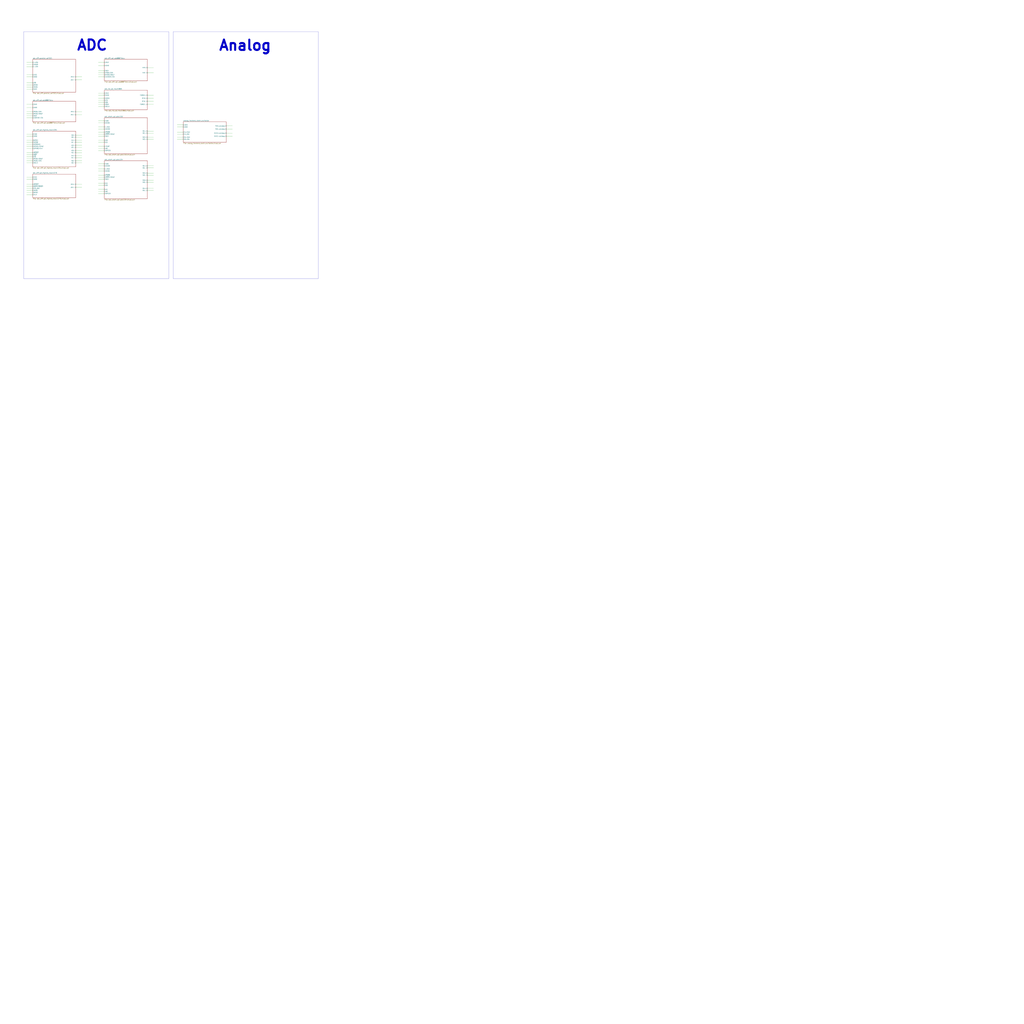
<source format=kicad_sch>
(kicad_sch
	(version 20250114)
	(generator "eeschema")
	(generator_version "9.0")
	(uuid "bf4d5f39-4bc5-48d4-8277-dfe0dc325bcc")
	(paper "User" 1270 1270)
	(lib_symbols)
	(rectangle
		(start 29.21 39.37)
		(end 209.55 345.44)
		(stroke
			(width 0)
			(type default)
		)
		(fill
			(type none)
		)
		(uuid 6d4f1ae0-cfb6-4f03-bf36-b8bcb4547f70)
	)
	(rectangle
		(start 214.63 39.37)
		(end 394.97 345.44)
		(stroke
			(width 0)
			(type default)
		)
		(fill
			(type none)
		)
		(uuid e116fa8a-2181-4c75-b6ed-c0407ff0caa6)
	)
	(text "ADC"
		(exclude_from_sim no)
		(at 114.3 56.134 0)
		(effects
			(font
				(size 12.7 12.7)
				(thickness 2.54)
				(bold yes)
			)
		)
		(uuid "4e46a4c5-85d2-4219-b494-9643f14e5b1e")
	)
	(text "Analog"
		(exclude_from_sim no)
		(at 304.038 56.388 0)
		(effects
			(font
				(size 12.7 12.7)
				(thickness 2.54)
				(bold yes)
			)
		)
		(uuid "b360ebc2-35a8-4559-ae1a-cc37d51bfa4d")
	)
	(wire
		(pts
			(xy 129.54 81.28) (xy 121.92 81.28)
		)
		(stroke
			(width 0)
			(type default)
		)
		(uuid "03a937d1-7cdb-45d0-8f50-94d2a1dbaad3")
	)
	(wire
		(pts
			(xy 40.64 140.97) (xy 33.02 140.97)
		)
		(stroke
			(width 0)
			(type default)
		)
		(uuid "05cbdc9d-31b2-4404-99ff-9d8dea81da34")
	)
	(wire
		(pts
			(xy 101.6 232.41) (xy 93.98 232.41)
		)
		(stroke
			(width 0)
			(type default)
		)
		(uuid "0946250c-fd0e-4e55-a9dc-15453e15f56d")
	)
	(wire
		(pts
			(xy 182.88 125.73) (xy 190.5 125.73)
		)
		(stroke
			(width 0)
			(type default)
		)
		(uuid "0df4b790-5396-4b30-8b29-889610a08c26")
	)
	(wire
		(pts
			(xy 227.33 157.48) (xy 219.71 157.48)
		)
		(stroke
			(width 0)
			(type default)
		)
		(uuid "0e388fcb-4ad6-4291-aee0-aa6e9369e99c")
	)
	(wire
		(pts
			(xy 40.64 168.91) (xy 33.02 168.91)
		)
		(stroke
			(width 0)
			(type default)
		)
		(uuid "0f401f44-52ff-4e33-9a1f-eb1c7f016e83")
	)
	(wire
		(pts
			(xy 129.54 95.25) (xy 121.92 95.25)
		)
		(stroke
			(width 0)
			(type default)
		)
		(uuid "1225d4c7-395a-4aae-a5d5-e7003e7c4125")
	)
	(wire
		(pts
			(xy 33.02 80.01) (xy 40.64 80.01)
		)
		(stroke
			(width 0)
			(type default)
		)
		(uuid "1485ecb4-f9aa-4cbb-a67f-96ca1037034f")
	)
	(wire
		(pts
			(xy 227.33 170.18) (xy 219.71 170.18)
		)
		(stroke
			(width 0)
			(type default)
		)
		(uuid "1660b344-46d8-4469-a0bc-bda27771a45f")
	)
	(wire
		(pts
			(xy 101.6 142.24) (xy 93.98 142.24)
		)
		(stroke
			(width 0)
			(type default)
		)
		(uuid "17ccda29-30a2-451a-a532-f3db1745a0f9")
	)
	(wire
		(pts
			(xy 101.6 199.39) (xy 93.98 199.39)
		)
		(stroke
			(width 0)
			(type default)
		)
		(uuid "17f8446a-ea62-47c4-8bec-86fbc0b13733")
	)
	(wire
		(pts
			(xy 33.02 77.47) (xy 40.64 77.47)
		)
		(stroke
			(width 0)
			(type default)
		)
		(uuid "18fddcd8-dfe5-4898-9683-ec29e80a1f4d")
	)
	(wire
		(pts
			(xy 40.64 166.37) (xy 33.02 166.37)
		)
		(stroke
			(width 0)
			(type default)
		)
		(uuid "1acb73e4-9e9b-4517-8b6c-a96304bffe7f")
	)
	(wire
		(pts
			(xy 129.54 124.46) (xy 121.92 124.46)
		)
		(stroke
			(width 0)
			(type default)
		)
		(uuid "1b3a0d7a-8a51-4a97-8a8c-35c15c2e6276")
	)
	(wire
		(pts
			(xy 190.5 226.06) (xy 182.88 226.06)
		)
		(stroke
			(width 0)
			(type default)
		)
		(uuid "1b9cfe28-e750-4da6-9353-8d75aa55cb96")
	)
	(wire
		(pts
			(xy 40.64 143.51) (xy 33.02 143.51)
		)
		(stroke
			(width 0)
			(type default)
		)
		(uuid "1cd047ca-1e41-4f08-86eb-c631d8a43c91")
	)
	(wire
		(pts
			(xy 129.54 166.37) (xy 121.92 166.37)
		)
		(stroke
			(width 0)
			(type default)
		)
		(uuid "1d5bc877-2814-48f8-b19f-0275c13b10ea")
	)
	(wire
		(pts
			(xy 40.64 146.05) (xy 33.02 146.05)
		)
		(stroke
			(width 0)
			(type default)
		)
		(uuid "1df55176-7afd-4710-8606-9039d4cf7111")
	)
	(wire
		(pts
			(xy 190.5 170.18) (xy 182.88 170.18)
		)
		(stroke
			(width 0)
			(type default)
		)
		(uuid "1f19ec56-84d3-4bde-8afb-ef193941794d")
	)
	(wire
		(pts
			(xy 288.29 156.21) (xy 280.67 156.21)
		)
		(stroke
			(width 0)
			(type default)
		)
		(uuid "22eb93fc-1e90-4584-acfc-fc27a1d95e2a")
	)
	(wire
		(pts
			(xy 129.54 157.48) (xy 121.92 157.48)
		)
		(stroke
			(width 0)
			(type default)
		)
		(uuid "23621562-d35b-449f-b249-00087e4f4029")
	)
	(wire
		(pts
			(xy 182.88 121.92) (xy 190.5 121.92)
		)
		(stroke
			(width 0)
			(type default)
		)
		(uuid "2645cd41-d4a4-4061-9663-980d7bb58754")
	)
	(wire
		(pts
			(xy 288.29 165.1) (xy 280.67 165.1)
		)
		(stroke
			(width 0)
			(type default)
		)
		(uuid "26971348-ffd0-44ac-86c0-a5bfb862aa4a")
	)
	(wire
		(pts
			(xy 129.54 186.69) (xy 121.92 186.69)
		)
		(stroke
			(width 0)
			(type default)
		)
		(uuid "2c4b880b-31ac-441c-9228-c5026403fdc3")
	)
	(wire
		(pts
			(xy 129.54 90.17) (xy 121.92 90.17)
		)
		(stroke
			(width 0)
			(type default)
		)
		(uuid "316f24d2-a17b-4e9b-872b-a2bf57a2d4ba")
	)
	(wire
		(pts
			(xy 40.64 222.25) (xy 33.02 222.25)
		)
		(stroke
			(width 0)
			(type default)
		)
		(uuid "336c6862-245f-45f0-ba09-74e6ecef38cb")
	)
	(wire
		(pts
			(xy 129.54 77.47) (xy 121.92 77.47)
		)
		(stroke
			(width 0)
			(type default)
		)
		(uuid "35656c0d-c7a7-4a2c-8c92-52b1fbb069d0")
	)
	(wire
		(pts
			(xy 101.6 180.34) (xy 93.98 180.34)
		)
		(stroke
			(width 0)
			(type default)
		)
		(uuid "3803824b-88d5-4b35-b38a-4b59b6dcc211")
	)
	(wire
		(pts
			(xy 33.02 110.49) (xy 40.64 110.49)
		)
		(stroke
			(width 0)
			(type default)
		)
		(uuid "3ca7c6cd-50bb-4e72-b67f-d80e6594f489")
	)
	(wire
		(pts
			(xy 40.64 184.15) (xy 33.02 184.15)
		)
		(stroke
			(width 0)
			(type default)
		)
		(uuid "3cf85049-f2ef-4261-a69b-373df2f49cd0")
	)
	(wire
		(pts
			(xy 182.88 118.11) (xy 190.5 118.11)
		)
		(stroke
			(width 0)
			(type default)
		)
		(uuid "3f8599e0-be89-4176-ba1a-d654827d415d")
	)
	(wire
		(pts
			(xy 40.64 238.76) (xy 33.02 238.76)
		)
		(stroke
			(width 0)
			(type default)
		)
		(uuid "4100859c-be70-417d-a325-ff80feb9d721")
	)
	(wire
		(pts
			(xy 40.64 228.6) (xy 33.02 228.6)
		)
		(stroke
			(width 0)
			(type default)
		)
		(uuid "431d3ace-3d5e-4a24-a77a-91867f15c7a0")
	)
	(wire
		(pts
			(xy 190.5 236.22) (xy 182.88 236.22)
		)
		(stroke
			(width 0)
			(type default)
		)
		(uuid "4334c3ec-47bc-4f8b-9948-9ce796d9d33c")
	)
	(wire
		(pts
			(xy 129.54 176.53) (xy 121.92 176.53)
		)
		(stroke
			(width 0)
			(type default)
		)
		(uuid "4497a07a-f587-4a66-9002-0f099ad3982f")
	)
	(wire
		(pts
			(xy 33.02 105.41) (xy 40.64 105.41)
		)
		(stroke
			(width 0)
			(type default)
		)
		(uuid "47e51377-85ab-493d-8972-30c0f1bb336a")
	)
	(wire
		(pts
			(xy 129.54 87.63) (xy 121.92 87.63)
		)
		(stroke
			(width 0)
			(type default)
		)
		(uuid "4936bb9f-5eb9-4351-94f7-f1ef6e733dca")
	)
	(wire
		(pts
			(xy 101.6 195.58) (xy 93.98 195.58)
		)
		(stroke
			(width 0)
			(type default)
		)
		(uuid "49c3b3a4-c68a-4c88-988b-9b20e5dc4eba")
	)
	(wire
		(pts
			(xy 129.54 234.95) (xy 121.92 234.95)
		)
		(stroke
			(width 0)
			(type default)
		)
		(uuid "4dc2d750-a69c-45de-9db0-a813c62fca1a")
	)
	(wire
		(pts
			(xy 288.29 168.91) (xy 280.67 168.91)
		)
		(stroke
			(width 0)
			(type default)
		)
		(uuid "51f5767c-5c05-4426-badf-0ccfb30514a0")
	)
	(wire
		(pts
			(xy 101.6 189.23) (xy 93.98 189.23)
		)
		(stroke
			(width 0)
			(type default)
		)
		(uuid "524bb566-1967-4684-93a8-1dc35342ecc3")
	)
	(wire
		(pts
			(xy 40.64 236.22) (xy 33.02 236.22)
		)
		(stroke
			(width 0)
			(type default)
		)
		(uuid "55c2cb84-c1b3-4d81-b7da-953feec32795")
	)
	(wire
		(pts
			(xy 227.33 172.72) (xy 219.71 172.72)
		)
		(stroke
			(width 0)
			(type default)
		)
		(uuid "5773cde3-366e-4363-992c-c53746da9819")
	)
	(wire
		(pts
			(xy 40.64 219.71) (xy 33.02 219.71)
		)
		(stroke
			(width 0)
			(type default)
		)
		(uuid "5a5d1f71-a85a-40e7-9766-405bfc460575")
	)
	(wire
		(pts
			(xy 129.54 168.91) (xy 121.92 168.91)
		)
		(stroke
			(width 0)
			(type default)
		)
		(uuid "5afcec61-c35c-4b41-b779-744cbbd71a7a")
	)
	(wire
		(pts
			(xy 101.6 201.93) (xy 93.98 201.93)
		)
		(stroke
			(width 0)
			(type default)
		)
		(uuid "5c423a16-14ca-44f5-be68-c0f8d03fecc3")
	)
	(wire
		(pts
			(xy 93.98 138.43) (xy 101.6 138.43)
		)
		(stroke
			(width 0)
			(type default)
		)
		(uuid "5fb47bf8-9cc1-467b-859a-69203c946c05")
	)
	(wire
		(pts
			(xy 40.64 181.61) (xy 33.02 181.61)
		)
		(stroke
			(width 0)
			(type default)
		)
		(uuid "61fdfb40-5478-445f-91b8-b78ca0d985c2")
	)
	(wire
		(pts
			(xy 129.54 163.83) (xy 121.92 163.83)
		)
		(stroke
			(width 0)
			(type default)
		)
		(uuid "6a941f9b-85cd-49a3-b0eb-7fa8d791031f")
	)
	(wire
		(pts
			(xy 129.54 184.15) (xy 121.92 184.15)
		)
		(stroke
			(width 0)
			(type default)
		)
		(uuid "6b0674b6-43cc-4b5c-a26f-b14dac2c6083")
	)
	(wire
		(pts
			(xy 33.02 92.71) (xy 40.64 92.71)
		)
		(stroke
			(width 0)
			(type default)
		)
		(uuid "6b978daf-ba16-4d56-9016-6bc87dcd04be")
	)
	(wire
		(pts
			(xy 129.54 132.08) (xy 121.92 132.08)
		)
		(stroke
			(width 0)
			(type default)
		)
		(uuid "6d1cff2c-e0a0-4b88-baba-6328babd02d1")
	)
	(wire
		(pts
			(xy 129.54 121.92) (xy 121.92 121.92)
		)
		(stroke
			(width 0)
			(type default)
		)
		(uuid "703009cc-cd20-4794-8da8-0e6825e442fc")
	)
	(wire
		(pts
			(xy 227.33 163.83) (xy 219.71 163.83)
		)
		(stroke
			(width 0)
			(type default)
		)
		(uuid "70de7f87-0a86-4c0a-8763-f98226215874")
	)
	(wire
		(pts
			(xy 33.02 95.25) (xy 40.64 95.25)
		)
		(stroke
			(width 0)
			(type default)
		)
		(uuid "7497da59-7938-441d-90c9-d5afb98e084d")
	)
	(wire
		(pts
			(xy 129.54 237.49) (xy 121.92 237.49)
		)
		(stroke
			(width 0)
			(type default)
		)
		(uuid "74a56dc9-487f-4a04-9532-21b02a328d48")
	)
	(wire
		(pts
			(xy 129.54 160.02) (xy 121.92 160.02)
		)
		(stroke
			(width 0)
			(type default)
		)
		(uuid "75edab30-5639-4fab-aebc-1224ea149b1c")
	)
	(wire
		(pts
			(xy 101.6 167.64) (xy 93.98 167.64)
		)
		(stroke
			(width 0)
			(type default)
		)
		(uuid "7af8d543-f226-4a19-b33e-371a28682598")
	)
	(wire
		(pts
			(xy 40.64 173.99) (xy 33.02 173.99)
		)
		(stroke
			(width 0)
			(type default)
		)
		(uuid "7b7919d1-5bc1-4df4-9fbe-fe57ece30a1c")
	)
	(wire
		(pts
			(xy 129.54 209.55) (xy 121.92 209.55)
		)
		(stroke
			(width 0)
			(type default)
		)
		(uuid "7ba36f9b-f225-4f28-9554-da32197f2afe")
	)
	(wire
		(pts
			(xy 129.54 222.25) (xy 121.92 222.25)
		)
		(stroke
			(width 0)
			(type default)
		)
		(uuid "7bfc664f-1adf-4d53-9654-980de23e9a51")
	)
	(wire
		(pts
			(xy 129.54 203.2) (xy 121.92 203.2)
		)
		(stroke
			(width 0)
			(type default)
		)
		(uuid "7c53b95b-d881-4f20-9b84-eea3112135af")
	)
	(wire
		(pts
			(xy 190.5 208.28) (xy 182.88 208.28)
		)
		(stroke
			(width 0)
			(type default)
		)
		(uuid "81923925-998f-476f-b5c8-1e33c27e865f")
	)
	(wire
		(pts
			(xy 101.6 193.04) (xy 93.98 193.04)
		)
		(stroke
			(width 0)
			(type default)
		)
		(uuid "83ea13d6-6b98-4454-b0ad-d42c0d591651")
	)
	(wire
		(pts
			(xy 40.64 189.23) (xy 33.02 189.23)
		)
		(stroke
			(width 0)
			(type default)
		)
		(uuid "8a0bbebe-97d0-4c0b-9ffe-48449d663e80")
	)
	(wire
		(pts
			(xy 40.64 201.93) (xy 33.02 201.93)
		)
		(stroke
			(width 0)
			(type default)
		)
		(uuid "8b64cb98-4655-4109-bc73-607cdb9902f3")
	)
	(wire
		(pts
			(xy 190.5 217.17) (xy 182.88 217.17)
		)
		(stroke
			(width 0)
			(type default)
		)
		(uuid "8d1b9cfc-1255-420f-9a63-f2d656231771")
	)
	(wire
		(pts
			(xy 129.54 149.86) (xy 121.92 149.86)
		)
		(stroke
			(width 0)
			(type default)
		)
		(uuid "90924afa-ec2f-4cb1-b737-1527676f26b0")
	)
	(wire
		(pts
			(xy 101.6 186.69) (xy 93.98 186.69)
		)
		(stroke
			(width 0)
			(type default)
		)
		(uuid "9317c9a4-9116-4ed4-9c91-dac795aa1401")
	)
	(wire
		(pts
			(xy 190.5 83.82) (xy 182.88 83.82)
		)
		(stroke
			(width 0)
			(type default)
		)
		(uuid "96c26799-45e6-463a-a79c-73a251386ef8")
	)
	(wire
		(pts
			(xy 101.6 182.88) (xy 93.98 182.88)
		)
		(stroke
			(width 0)
			(type default)
		)
		(uuid "98895e65-19c0-494f-95f8-c519093eed38")
	)
	(wire
		(pts
			(xy 190.5 90.17) (xy 182.88 90.17)
		)
		(stroke
			(width 0)
			(type default)
		)
		(uuid "a194b5c8-649c-48fc-ad19-3209b1bdcec3")
	)
	(wire
		(pts
			(xy 40.64 179.07) (xy 33.02 179.07)
		)
		(stroke
			(width 0)
			(type default)
		)
		(uuid "a4a420ca-d21c-4e69-86e3-4921aa2d3059")
	)
	(wire
		(pts
			(xy 190.5 205.74) (xy 182.88 205.74)
		)
		(stroke
			(width 0)
			(type default)
		)
		(uuid "a7b4f55e-f482-4dce-9d29-db2c060c457a")
	)
	(wire
		(pts
			(xy 129.54 240.03) (xy 121.92 240.03)
		)
		(stroke
			(width 0)
			(type default)
		)
		(uuid "a7d19f00-ebf3-422e-b9af-f473bc9751b2")
	)
	(wire
		(pts
			(xy 101.6 228.6) (xy 93.98 228.6)
		)
		(stroke
			(width 0)
			(type default)
		)
		(uuid "a8b0b2ad-0d7d-4abe-b5b6-5c3b01621e0b")
	)
	(wire
		(pts
			(xy 40.64 191.77) (xy 33.02 191.77)
		)
		(stroke
			(width 0)
			(type default)
		)
		(uuid "acf14528-abd2-499d-9fa9-7cfd2a01da7d")
	)
	(wire
		(pts
			(xy 93.98 95.25) (xy 101.6 95.25)
		)
		(stroke
			(width 0)
			(type default)
		)
		(uuid "afa592af-e039-4859-9707-0324ad27c7fd")
	)
	(wire
		(pts
			(xy 129.54 227.33) (xy 121.92 227.33)
		)
		(stroke
			(width 0)
			(type default)
		)
		(uuid "b375f5e3-7acf-4fb4-9055-81a030c92152")
	)
	(wire
		(pts
			(xy 129.54 92.71) (xy 121.92 92.71)
		)
		(stroke
			(width 0)
			(type default)
		)
		(uuid "b4301efc-5d4d-4957-b97a-0597d0df1803")
	)
	(wire
		(pts
			(xy 93.98 99.06) (xy 101.6 99.06)
		)
		(stroke
			(width 0)
			(type default)
		)
		(uuid "ba8d33b7-f4f7-482e-9875-bec566a80329")
	)
	(wire
		(pts
			(xy 288.29 160.02) (xy 280.67 160.02)
		)
		(stroke
			(width 0)
			(type default)
		)
		(uuid "baff5d3d-c4fe-4d53-a2fa-e38147d7aa32")
	)
	(wire
		(pts
			(xy 40.64 241.3) (xy 33.02 241.3)
		)
		(stroke
			(width 0)
			(type default)
		)
		(uuid "be5124ee-2684-4bd1-be6f-aca0c7c7b427")
	)
	(wire
		(pts
			(xy 129.54 173.99) (xy 121.92 173.99)
		)
		(stroke
			(width 0)
			(type default)
		)
		(uuid "be7c8f2d-d8c7-4827-b22e-cd00ae7e7a1c")
	)
	(wire
		(pts
			(xy 190.5 172.72) (xy 182.88 172.72)
		)
		(stroke
			(width 0)
			(type default)
		)
		(uuid "c04d6cde-7519-4e85-99ff-bb8542622e01")
	)
	(wire
		(pts
			(xy 40.64 138.43) (xy 33.02 138.43)
		)
		(stroke
			(width 0)
			(type default)
		)
		(uuid "c1d5df86-e614-47f5-94b5-2425aac22b66")
	)
	(wire
		(pts
			(xy 129.54 118.11) (xy 121.92 118.11)
		)
		(stroke
			(width 0)
			(type default)
		)
		(uuid "c23c4f93-1314-46d5-b089-415199c443a5")
	)
	(wire
		(pts
			(xy 129.54 212.09) (xy 121.92 212.09)
		)
		(stroke
			(width 0)
			(type default)
		)
		(uuid "c5c194e1-f27a-4f5e-9878-3419bf5fc94f")
	)
	(wire
		(pts
			(xy 33.02 107.95) (xy 40.64 107.95)
		)
		(stroke
			(width 0)
			(type default)
		)
		(uuid "c9495dc9-0a69-4cc7-adf6-601b109d8563")
	)
	(wire
		(pts
			(xy 40.64 129.54) (xy 33.02 129.54)
		)
		(stroke
			(width 0)
			(type default)
		)
		(uuid "ca079a9d-c0da-4265-9dba-b2808462d78e")
	)
	(wire
		(pts
			(xy 40.64 231.14) (xy 33.02 231.14)
		)
		(stroke
			(width 0)
			(type default)
		)
		(uuid "ca689285-ff3f-4fa1-af87-d7a7ee8171e6")
	)
	(wire
		(pts
			(xy 40.64 233.68) (xy 33.02 233.68)
		)
		(stroke
			(width 0)
			(type default)
		)
		(uuid "cef18ebe-d4e1-4fd4-8c69-3d20cd93285d")
	)
	(wire
		(pts
			(xy 129.54 229.87) (xy 121.92 229.87)
		)
		(stroke
			(width 0)
			(type default)
		)
		(uuid "cfeb55c0-9684-49e8-918d-1f8dcce82ee2")
	)
	(wire
		(pts
			(xy 190.5 233.68) (xy 182.88 233.68)
		)
		(stroke
			(width 0)
			(type default)
		)
		(uuid "d1b046f4-8a67-4ce2-8944-d5c8dbdab50c")
	)
	(wire
		(pts
			(xy 129.54 181.61) (xy 121.92 181.61)
		)
		(stroke
			(width 0)
			(type default)
		)
		(uuid "d2ddb66e-4618-4c45-aa69-abe8bb1e3974")
	)
	(wire
		(pts
			(xy 101.6 176.53) (xy 93.98 176.53)
		)
		(stroke
			(width 0)
			(type default)
		)
		(uuid "d6646289-0968-46d9-95fb-bad4029b3a89")
	)
	(wire
		(pts
			(xy 33.02 82.55) (xy 40.64 82.55)
		)
		(stroke
			(width 0)
			(type default)
		)
		(uuid "d68a378d-3569-4ed7-807d-3f1a593666b4")
	)
	(wire
		(pts
			(xy 227.33 154.94) (xy 219.71 154.94)
		)
		(stroke
			(width 0)
			(type default)
		)
		(uuid "d6fba0e4-f60d-4ed3-9aa2-4830cd9e5953")
	)
	(wire
		(pts
			(xy 101.6 170.18) (xy 93.98 170.18)
		)
		(stroke
			(width 0)
			(type default)
		)
		(uuid "d95dd290-843c-48f0-aa5c-3078d82f645b")
	)
	(wire
		(pts
			(xy 129.54 219.71) (xy 121.92 219.71)
		)
		(stroke
			(width 0)
			(type default)
		)
		(uuid "dbecbed5-e860-421f-a037-7b102c113ca6")
	)
	(wire
		(pts
			(xy 129.54 115.57) (xy 121.92 115.57)
		)
		(stroke
			(width 0)
			(type default)
		)
		(uuid "df5e82ea-480d-44a7-a72f-886740fa75e8")
	)
	(wire
		(pts
			(xy 182.88 129.54) (xy 190.5 129.54)
		)
		(stroke
			(width 0)
			(type default)
		)
		(uuid "dfe996d5-669b-4062-b32f-b7b71cfa0e1a")
	)
	(wire
		(pts
			(xy 33.02 102.87) (xy 40.64 102.87)
		)
		(stroke
			(width 0)
			(type default)
		)
		(uuid "e0ae0e1c-412a-4dc5-9b93-9bb66ed7e601")
	)
	(wire
		(pts
			(xy 40.64 196.85) (xy 33.02 196.85)
		)
		(stroke
			(width 0)
			(type default)
		)
		(uuid "e4214db1-931c-4d04-b95c-8b3c2829a798")
	)
	(wire
		(pts
			(xy 40.64 176.53) (xy 33.02 176.53)
		)
		(stroke
			(width 0)
			(type default)
		)
		(uuid "e7d0dd7d-a839-4cc0-a37a-af3202391b1a")
	)
	(wire
		(pts
			(xy 129.54 217.17) (xy 121.92 217.17)
		)
		(stroke
			(width 0)
			(type default)
		)
		(uuid "e8d7ad67-cf40-456a-8f46-c3137110229d")
	)
	(wire
		(pts
			(xy 129.54 152.4) (xy 121.92 152.4)
		)
		(stroke
			(width 0)
			(type default)
		)
		(uuid "eb79d92b-ae68-49ae-9315-df5b9008a10d")
	)
	(wire
		(pts
			(xy 40.64 199.39) (xy 33.02 199.39)
		)
		(stroke
			(width 0)
			(type default)
		)
		(uuid "eb9fa370-7a88-49e9-936a-ce3d0da2da2b")
	)
	(wire
		(pts
			(xy 129.54 127) (xy 121.92 127)
		)
		(stroke
			(width 0)
			(type default)
		)
		(uuid "ec9975e7-c61f-400a-9d1e-20925091779a")
	)
	(wire
		(pts
			(xy 40.64 194.31) (xy 33.02 194.31)
		)
		(stroke
			(width 0)
			(type default)
		)
		(uuid "eec5c2eb-56ad-4e57-9a35-808c1f1ce437")
	)
	(wire
		(pts
			(xy 227.33 166.37) (xy 219.71 166.37)
		)
		(stroke
			(width 0)
			(type default)
		)
		(uuid "efdb78c5-9166-4f62-a390-797a169bec27")
	)
	(wire
		(pts
			(xy 190.5 162.56) (xy 182.88 162.56)
		)
		(stroke
			(width 0)
			(type default)
		)
		(uuid "f0ea4a82-d460-4ef0-af5a-01501e848e65")
	)
	(wire
		(pts
			(xy 190.5 214.63) (xy 182.88 214.63)
		)
		(stroke
			(width 0)
			(type default)
		)
		(uuid "f142c695-93ad-4c87-92c8-8c85a9ffa3e8")
	)
	(wire
		(pts
			(xy 129.54 129.54) (xy 121.92 129.54)
		)
		(stroke
			(width 0)
			(type default)
		)
		(uuid "f2558ac8-cf40-4b7d-9681-aa4821494f56")
	)
	(wire
		(pts
			(xy 129.54 205.74) (xy 121.92 205.74)
		)
		(stroke
			(width 0)
			(type default)
		)
		(uuid "f5676a66-7f68-4ff0-acda-dfa30a18cbb8")
	)
	(wire
		(pts
			(xy 190.5 165.1) (xy 182.88 165.1)
		)
		(stroke
			(width 0)
			(type default)
		)
		(uuid "f660b66e-2635-47c2-a5ed-e6a81a4fdbac")
	)
	(wire
		(pts
			(xy 190.5 223.52) (xy 182.88 223.52)
		)
		(stroke
			(width 0)
			(type default)
		)
		(uuid "f721a5cb-d86b-4b63-a820-81700f7b8045")
	)
	(wire
		(pts
			(xy 101.6 173.99) (xy 93.98 173.99)
		)
		(stroke
			(width 0)
			(type default)
		)
		(uuid "f7e4a3a1-cc93-42ee-97f2-320158682aba")
	)
	(wire
		(pts
			(xy 40.64 133.35) (xy 33.02 133.35)
		)
		(stroke
			(width 0)
			(type default)
		)
		(uuid "f82a45b5-f561-473e-9b86-08707c06e5b6")
	)
	(sheet
		(at 40.64 162.56)
		(size 53.34 44.45)
		(exclude_from_sim no)
		(in_bom yes)
		(on_board yes)
		(dnp no)
		(fields_autoplaced yes)
		(stroke
			(width 0.1524)
			(type solid)
		)
		(fill
			(color 0 0 0 0.0000)
		)
		(uuid "183f8024-8197-4183-b4c0-7d64ce4d7ee3")
		(property "Sheetname" "adc_diff_spi_highres_max11254"
			(at 40.64 161.8484 0)
			(effects
				(font
					(size 1.27 1.27)
				)
				(justify left bottom)
			)
		)
		(property "Sheetfile" "adc_diff_spi_highres_max11254.kicad_sch"
			(at 40.64 207.5946 0)
			(effects
				(font
					(size 1.27 1.27)
				)
				(justify left top)
			)
		)
		(property "Field2" ""
			(at 40.64 162.56 0)
			(effects
				(font
					(size 1.27 1.27)
				)
			)
		)
		(pin "A0+" input
			(at 93.98 167.64 0)
			(uuid "f44102fc-bdc6-40a8-8dc3-1befa25ca3b6")
			(effects
				(font
					(size 1.27 1.27)
				)
				(justify right)
			)
		)
		(pin "A0-" input
			(at 93.98 170.18 0)
			(uuid "386d1356-364b-4ebf-bab8-72eec24fbdb6")
			(effects
				(font
					(size 1.27 1.27)
				)
				(justify right)
			)
		)
		(pin "A1+" input
			(at 93.98 173.99 0)
			(uuid "f36ebdc2-1d25-42f8-b2e1-6b32f713b206")
			(effects
				(font
					(size 1.27 1.27)
				)
				(justify right)
			)
		)
		(pin "A1-" input
			(at 93.98 176.53 0)
			(uuid "7c8e0e8c-9798-46c0-841e-20be2d0a188a")
			(effects
				(font
					(size 1.27 1.27)
				)
				(justify right)
			)
		)
		(pin "A2+" input
			(at 93.98 180.34 0)
			(uuid "973619be-3089-4e38-8c38-695311ed7bb4")
			(effects
				(font
					(size 1.27 1.27)
				)
				(justify right)
			)
		)
		(pin "A2-" input
			(at 93.98 182.88 0)
			(uuid "75c1d26d-2c0c-4bc7-8d16-9fccee041d40")
			(effects
				(font
					(size 1.27 1.27)
				)
				(justify right)
			)
		)
		(pin "A3+" input
			(at 93.98 186.69 0)
			(uuid "b37ba9a5-ef09-47c2-90ab-40c698c31260")
			(effects
				(font
					(size 1.27 1.27)
				)
				(justify right)
			)
		)
		(pin "A3-" input
			(at 93.98 189.23 0)
			(uuid "bed1c22b-9db4-4fab-b79a-1bf81be58dbd")
			(effects
				(font
					(size 1.27 1.27)
				)
				(justify right)
			)
		)
		(pin "A4+" input
			(at 93.98 193.04 0)
			(uuid "d5cf035c-fa10-4f80-ad44-244e4873a049")
			(effects
				(font
					(size 1.27 1.27)
				)
				(justify right)
			)
		)
		(pin "A4-" input
			(at 93.98 195.58 0)
			(uuid "d2d5e153-38de-46c2-9566-97c6c84dfe63")
			(effects
				(font
					(size 1.27 1.27)
				)
				(justify right)
			)
		)
		(pin "A5+" input
			(at 93.98 199.39 0)
			(uuid "09e6b988-6f4f-4a11-9eb6-f7dbdfd2712d")
			(effects
				(font
					(size 1.27 1.27)
				)
				(justify right)
			)
		)
		(pin "A5-" input
			(at 93.98 201.93 0)
			(uuid "a0d38f8f-92b6-452d-a7fe-3b391657c13a")
			(effects
				(font
					(size 1.27 1.27)
				)
				(justify right)
			)
		)
		(pin "GND" input
			(at 40.64 168.91 180)
			(uuid "923222f9-95cf-4d9a-884e-e1d8edfee687")
			(effects
				(font
					(size 1.27 1.27)
				)
				(justify left)
			)
		)
		(pin "GPIO0{slash}CLK" input
			(at 40.64 184.15 180)
			(uuid "075b71c9-c399-4a63-a54c-520b8a016ad2")
			(effects
				(font
					(size 1.27 1.27)
				)
				(justify left)
			)
		)
		(pin "GPIO1{slash}SYNC" input
			(at 40.64 181.61 180)
			(uuid "0755bf9a-4c0d-4a3e-a06c-4e21641476db")
			(effects
				(font
					(size 1.27 1.27)
				)
				(justify left)
			)
		)
		(pin "GPO0" input
			(at 40.64 176.53 180)
			(uuid "b5991a13-586b-4d83-816d-f06c6a611c1e")
			(effects
				(font
					(size 1.27 1.27)
				)
				(justify left)
			)
		)
		(pin "GPO1" output
			(at 40.64 173.99 180)
			(uuid "b32c7482-3fc7-4e0d-b3d1-b4e948a7dc32")
			(effects
				(font
					(size 1.27 1.27)
				)
				(justify left)
			)
		)
		(pin "GPOGND" input
			(at 40.64 179.07 180)
			(uuid "9d935882-1498-420f-9117-ba4d87ad874f")
			(effects
				(font
					(size 1.27 1.27)
				)
				(justify left)
			)
		)
		(pin "MISO{slash}DOUT" output
			(at 40.64 196.85 180)
			(uuid "e7210d08-454e-443e-8358-70fab05e9fd5")
			(effects
				(font
					(size 1.27 1.27)
				)
				(justify left)
			)
		)
		(pin "MOSI{slash}DIN" input
			(at 40.64 199.39 180)
			(uuid "15f6f12a-2933-4396-8730-22fa9f32501e")
			(effects
				(font
					(size 1.27 1.27)
				)
				(justify left)
			)
		)
		(pin "SCLK" input
			(at 40.64 201.93 180)
			(uuid "260a2313-36c8-4f0d-86ea-ef80a81c63c5")
			(effects
				(font
					(size 1.27 1.27)
				)
				(justify left)
			)
		)
		(pin "VDD" input
			(at 40.64 166.37 180)
			(uuid "f590b125-64ee-41e9-b16d-ecd13488c17b")
			(effects
				(font
					(size 1.27 1.27)
				)
				(justify left)
			)
		)
		(pin "~{CS}" input
			(at 40.64 194.31 180)
			(uuid "5477793f-1d73-49ae-b9b1-8ba5d93b988b")
			(effects
				(font
					(size 1.27 1.27)
				)
				(justify left)
			)
		)
		(pin "~{RDY}" input
			(at 40.64 191.77 180)
			(uuid "fb6bba82-9a01-42f8-9f58-207e588c9a46")
			(effects
				(font
					(size 1.27 1.27)
				)
				(justify left)
			)
		)
		(pin "~{RESET}" input
			(at 40.64 189.23 180)
			(uuid "a1f5f427-c0b6-4e76-8bb6-27b0ba80f498")
			(effects
				(font
					(size 1.27 1.27)
				)
				(justify left)
			)
		)
		(instances
			(project "kicad-hierarchical-designs"
				(path "/bf4d5f39-4bc5-48d4-8277-dfe0dc325bcc"
					(page "5")
				)
			)
		)
	)
	(sheet
		(at 129.54 199.39)
		(size 53.34 46.99)
		(exclude_from_sim no)
		(in_bom yes)
		(on_board yes)
		(dnp no)
		(fields_autoplaced yes)
		(stroke
			(width 0.1524)
			(type solid)
		)
		(fill
			(color 0 0 0 0.0000)
		)
		(uuid "38e412e9-0a2d-46b8-833f-c2cf5ab77c41")
		(property "Sheetname" "adc_strain_spi_ads1234"
			(at 129.54 198.6784 0)
			(effects
				(font
					(size 1.27 1.27)
				)
				(justify left bottom)
			)
		)
		(property "Sheetfile" "adc_strain_spi_ads1234.kicad_sch"
			(at 129.54 246.9646 0)
			(effects
				(font
					(size 1.27 1.27)
				)
				(justify left top)
			)
		)
		(pin "+5VA" input
			(at 129.54 209.55 180)
			(uuid "c595ccfd-67d1-4549-9cf2-dd8bcd1b94d1")
			(effects
				(font
					(size 1.27 1.27)
				)
				(justify left)
			)
		)
		(pin "A0" input
			(at 129.54 237.49 180)
			(uuid "b9c0022d-2fb0-4cf3-bc63-b4ee0944fff9")
			(effects
				(font
					(size 1.27 1.27)
				)
				(justify left)
			)
		)
		(pin "A1" input
			(at 129.54 234.95 180)
			(uuid "48cccea5-7129-430f-b95a-8f6f1571bb0c")
			(effects
				(font
					(size 1.27 1.27)
				)
				(justify left)
			)
		)
		(pin "G0" input
			(at 129.54 229.87 180)
			(uuid "0586afb7-97b3-4438-bfe3-fe1ffe34f7f5")
			(effects
				(font
					(size 1.27 1.27)
				)
				(justify left)
			)
		)
		(pin "G1" input
			(at 129.54 227.33 180)
			(uuid "92d5d874-0fcc-4ef9-b6a5-22451e753beb")
			(effects
				(font
					(size 1.27 1.27)
				)
				(justify left)
			)
		)
		(pin "GNDA" input
			(at 129.54 212.09 180)
			(uuid "88df0b29-1a4a-43ab-81bc-091b61456c33")
			(effects
				(font
					(size 1.27 1.27)
				)
				(justify left)
			)
		)
		(pin "GNDD" input
			(at 129.54 205.74 180)
			(uuid "2dc64d3e-7a24-4e3c-b558-bcac9438b095")
			(effects
				(font
					(size 1.27 1.27)
				)
				(justify left)
			)
		)
		(pin "IN1+" input
			(at 182.88 205.74 0)
			(uuid "5fdd10d3-e945-40b1-a47d-bbdc127eb4c0")
			(effects
				(font
					(size 1.27 1.27)
				)
				(justify right)
			)
		)
		(pin "IN1-" input
			(at 182.88 208.28 0)
			(uuid "4c2f3052-0f8c-41b9-b42e-72a70bcd128d")
			(effects
				(font
					(size 1.27 1.27)
				)
				(justify right)
			)
		)
		(pin "IN2+" input
			(at 182.88 214.63 0)
			(uuid "a73ee605-67ca-402b-a745-54058e34fb39")
			(effects
				(font
					(size 1.27 1.27)
				)
				(justify right)
			)
		)
		(pin "IN2-" input
			(at 182.88 217.17 0)
			(uuid "d08b57be-0cff-4c54-abb7-fa075bb2e4d3")
			(effects
				(font
					(size 1.27 1.27)
				)
				(justify right)
			)
		)
		(pin "IN3+" input
			(at 182.88 223.52 0)
			(uuid "fc3c0a11-bb0f-4b26-87cd-c3bf0a2b5954")
			(effects
				(font
					(size 1.27 1.27)
				)
				(justify right)
			)
		)
		(pin "IN3-" input
			(at 182.88 226.06 0)
			(uuid "dfd138f5-835d-4288-a210-557859fd21d8")
			(effects
				(font
					(size 1.27 1.27)
				)
				(justify right)
			)
		)
		(pin "IN4+" input
			(at 182.88 233.68 0)
			(uuid "9c862737-ec09-438c-8c41-5ef6087bba7a")
			(effects
				(font
					(size 1.27 1.27)
				)
				(justify right)
			)
		)
		(pin "IN4-" input
			(at 182.88 236.22 0)
			(uuid "d9608201-14b1-46fc-8b06-b8ddd80e42c1")
			(effects
				(font
					(size 1.27 1.27)
				)
				(justify right)
			)
		)
		(pin "SCK" input
			(at 129.54 222.25 180)
			(uuid "c1a3c651-5238-4a54-bfc3-bb480bf84b88")
			(effects
				(font
					(size 1.27 1.27)
				)
				(justify left)
			)
		)
		(pin "SPEED" input
			(at 129.54 240.03 180)
			(uuid "9105576b-1143-42a1-a5d8-ea83404d5cbb")
			(effects
				(font
					(size 1.27 1.27)
				)
				(justify left)
			)
		)
		(pin "~{DRDY}{slash}DOUT" input
			(at 129.54 219.71 180)
			(uuid "d3182b41-d6c1-4c17-8d58-53949667d993")
			(effects
				(font
					(size 1.27 1.27)
				)
				(justify left)
			)
		)
		(pin "~{PWDN}" input
			(at 129.54 217.17 180)
			(uuid "dc5deab5-9286-45c4-9073-b3a9077dbc7e")
			(effects
				(font
					(size 1.27 1.27)
				)
				(justify left)
			)
		)
		(pin "VDD" input
			(at 129.54 203.2 180)
			(uuid "a56a25d2-460b-4bfb-856d-f5ff0411d939")
			(effects
				(font
					(size 1.27 1.27)
				)
				(justify left)
			)
		)
		(instances
			(project "kicad-hierarchical-designs"
				(path "/bf4d5f39-4bc5-48d4-8277-dfe0dc325bcc"
					(page "10")
				)
			)
		)
	)
	(sheet
		(at 40.64 215.9)
		(size 53.34 29.21)
		(exclude_from_sim no)
		(in_bom yes)
		(on_board yes)
		(dnp no)
		(fields_autoplaced yes)
		(stroke
			(width 0.1524)
			(type solid)
		)
		(fill
			(color 0 0 0 0.0000)
		)
		(uuid "4154d57e-2e84-4bd3-b0e6-dbdbf02b7449")
		(property "Sheetname" "adc_diff_spi_highres_max11270"
			(at 40.64 215.1884 0)
			(effects
				(font
					(size 1.27 1.27)
				)
				(justify left bottom)
			)
		)
		(property "Sheetfile" "adc_diff_spi_highres_max11270.kicad_sch"
			(at 40.64 245.6946 0)
			(effects
				(font
					(size 1.27 1.27)
				)
				(justify left top)
			)
		)
		(pin "AIN+" input
			(at 93.98 228.6 0)
			(uuid "28bb3f7e-a5a9-456d-bbcc-e08266f271eb")
			(effects
				(font
					(size 1.27 1.27)
				)
				(justify right)
			)
		)
		(pin "AIN-" input
			(at 93.98 232.41 0)
			(uuid "e58dee57-a28c-4366-a0bd-c642d873d870")
			(effects
				(font
					(size 1.27 1.27)
				)
				(justify right)
			)
		)
		(pin "CLK" input
			(at 40.64 241.3 180)
			(uuid "3c3e3ae8-92d1-4570-978e-65464624b3ed")
			(effects
				(font
					(size 1.27 1.27)
				)
				(justify left)
			)
		)
		(pin "CS_ADC" input
			(at 40.64 233.68 180)
			(uuid "0b7a5b3d-3f30-4d76-833f-5de94d356be2")
			(effects
				(font
					(size 1.27 1.27)
				)
				(justify left)
			)
		)
		(pin "GND" input
			(at 40.64 222.25 180)
			(uuid "990407a9-a7b0-4750-9fae-14c8803ade1a")
			(effects
				(font
					(size 1.27 1.27)
				)
				(justify left)
			)
		)
		(pin "MISO" output
			(at 40.64 238.76 180)
			(uuid "f9da0ce8-aafe-4a4f-9665-189861e85c01")
			(effects
				(font
					(size 1.27 1.27)
				)
				(justify left)
			)
		)
		(pin "MOSI" input
			(at 40.64 236.22 180)
			(uuid "c21e8917-a07f-4b37-b996-984e33c553d0")
			(effects
				(font
					(size 1.27 1.27)
				)
				(justify left)
			)
		)
		(pin "VCC" input
			(at 40.64 219.71 180)
			(uuid "5e70a7ce-4098-4779-9a2c-1977780dddfa")
			(effects
				(font
					(size 1.27 1.27)
				)
				(justify left)
			)
		)
		(pin "~{DATA_READY}" output
			(at 40.64 231.14 180)
			(uuid "43b71652-4d21-440a-950b-d2588760f565")
			(effects
				(font
					(size 1.27 1.27)
				)
				(justify left)
			)
		)
		(pin "~{RESET}" input
			(at 40.64 228.6 180)
			(uuid "96f791cd-b0f4-42ca-8a36-8aa427b335cd")
			(effects
				(font
					(size 1.27 1.27)
				)
				(justify left)
			)
		)
		(instances
			(project "kicad-hierarchical-designs"
				(path "/bf4d5f39-4bc5-48d4-8277-dfe0dc325bcc"
					(page "6")
				)
			)
		)
	)
	(sheet
		(at 129.54 146.05)
		(size 53.34 44.45)
		(exclude_from_sim no)
		(in_bom yes)
		(on_board yes)
		(dnp no)
		(fields_autoplaced yes)
		(stroke
			(width 0.1524)
			(type solid)
		)
		(fill
			(color 0 0 0 0.0000)
		)
		(uuid "4691fac1-9ba4-4158-b8a8-1eb97afe77fe")
		(property "Sheetname" "adc_strain_spi_ads1232"
			(at 129.54 145.3384 0)
			(effects
				(font
					(size 1.27 1.27)
				)
				(justify left bottom)
			)
		)
		(property "Sheetfile" "adc_strain_spi_ads1232.kicad_sch"
			(at 129.54 191.0846 0)
			(effects
				(font
					(size 1.27 1.27)
				)
				(justify left top)
			)
		)
		(pin "A0" input
			(at 129.54 184.15 180)
			(uuid "c062feee-4726-4a57-bb64-5636c381a887")
			(effects
				(font
					(size 1.27 1.27)
				)
				(justify left)
			)
		)
		(pin "G0" input
			(at 129.54 173.99 180)
			(uuid "d6598e99-c75c-46fe-a160-43ddd1692796")
			(effects
				(font
					(size 1.27 1.27)
				)
				(justify left)
			)
		)
		(pin "G1" input
			(at 129.54 176.53 180)
			(uuid "5adeba6c-e645-4102-a112-6d1065160e72")
			(effects
				(font
					(size 1.27 1.27)
				)
				(justify left)
			)
		)
		(pin "GNDA" input
			(at 129.54 152.4 180)
			(uuid "1e73e25d-669b-4ea3-9161-1e8087236cec")
			(effects
				(font
					(size 1.27 1.27)
				)
				(justify left)
			)
		)
		(pin "GNDD" input
			(at 129.54 160.02 180)
			(uuid "47097712-ab25-474c-bb77-50bc60b5a9e8")
			(effects
				(font
					(size 1.27 1.27)
				)
				(justify left)
			)
		)
		(pin "IN1+" input
			(at 182.88 162.56 0)
			(uuid "3f298839-744c-4240-b8fc-08705d07758e")
			(effects
				(font
					(size 1.27 1.27)
				)
				(justify right)
			)
		)
		(pin "IN1-" input
			(at 182.88 165.1 0)
			(uuid "aebeed11-8caf-4111-84ba-dd3dc80aeb42")
			(effects
				(font
					(size 1.27 1.27)
				)
				(justify right)
			)
		)
		(pin "IN2+" input
			(at 182.88 170.18 0)
			(uuid "673d25c2-6e1b-4175-b2e6-3164af5a5592")
			(effects
				(font
					(size 1.27 1.27)
				)
				(justify right)
			)
		)
		(pin "IN2-" input
			(at 182.88 172.72 0)
			(uuid "a6116167-a7d4-4e34-9718-b7de0af341c2")
			(effects
				(font
					(size 1.27 1.27)
				)
				(justify right)
			)
		)
		(pin "SCK" input
			(at 129.54 168.91 180)
			(uuid "73650b32-b27e-49ae-873c-471b2c6811ab")
			(effects
				(font
					(size 1.27 1.27)
				)
				(justify left)
			)
		)
		(pin "SPEED" input
			(at 129.54 186.69 180)
			(uuid "429bfe1c-029f-4296-958f-ff7bce212b78")
			(effects
				(font
					(size 1.27 1.27)
				)
				(justify left)
			)
		)
		(pin "TEMP" input
			(at 129.54 181.61 180)
			(uuid "ac84178d-bdfd-4e3b-a3b1-15e6674cd4d2")
			(effects
				(font
					(size 1.27 1.27)
				)
				(justify left)
			)
		)
		(pin "~{DRDY}{slash}DOUT" input
			(at 129.54 166.37 180)
			(uuid "ead9837a-4796-4762-8d4b-1d2fab9c86f2")
			(effects
				(font
					(size 1.27 1.27)
				)
				(justify left)
			)
		)
		(pin "~{PWDN}" input
			(at 129.54 163.83 180)
			(uuid "8323bc82-a05c-470e-900d-9d60eec83c3f")
			(effects
				(font
					(size 1.27 1.27)
				)
				(justify left)
			)
		)
		(pin "+5VA" input
			(at 129.54 157.48 180)
			(uuid "e231aacf-9e28-4196-b641-1ff6545dcdac")
			(effects
				(font
					(size 1.27 1.27)
				)
				(justify left)
			)
		)
		(pin "VDD" input
			(at 129.54 149.86 180)
			(uuid "5f4a816a-239c-4696-9260-c2912fdf139d")
			(effects
				(font
					(size 1.27 1.27)
				)
				(justify left)
			)
		)
		(instances
			(project "kicad-hierarchical-designs"
				(path "/bf4d5f39-4bc5-48d4-8277-dfe0dc325bcc"
					(page "9")
				)
			)
		)
	)
	(sheet
		(at 40.64 125.73)
		(size 53.34 25.4)
		(exclude_from_sim no)
		(in_bom yes)
		(on_board yes)
		(dnp no)
		(fields_autoplaced yes)
		(stroke
			(width 0.1524)
			(type solid)
		)
		(fill
			(color 0 0 0 0.0000)
		)
		(uuid "5813ed12-a2c8-44d4-a7fd-65657e43c632")
		(property "Sheetname" "adc_diff_spi_ads8887idrcx"
			(at 40.64 125.0184 0)
			(effects
				(font
					(size 1.27 1.27)
				)
				(justify left bottom)
			)
		)
		(property "Sheetfile" "adc_diff_spi_ads8887idrcx.kicad_sch"
			(at 40.64 151.7146 0)
			(effects
				(font
					(size 1.27 1.27)
				)
				(justify left top)
			)
		)
		(pin "3V3" input
			(at 40.64 129.54 180)
			(uuid "4fcf070c-a981-4008-91c4-375613ffc6e5")
			(effects
				(font
					(size 1.27 1.27)
				)
				(justify left)
			)
		)
		(pin "AIN+" input
			(at 93.98 138.43 0)
			(uuid "7ca1b0e7-6f8d-4e6d-a31c-306fec048ff9")
			(effects
				(font
					(size 1.27 1.27)
				)
				(justify right)
			)
		)
		(pin "AIN-" input
			(at 93.98 142.24 0)
			(uuid "47370e83-12a7-4a78-9df7-49ea8366abdc")
			(effects
				(font
					(size 1.27 1.27)
				)
				(justify right)
			)
		)
		(pin "CONVST{slash}CS" input
			(at 40.64 146.05 180)
			(uuid "4404c924-fd90-46cc-9a47-be1a0cdc95f6")
			(effects
				(font
					(size 1.27 1.27)
				)
				(justify left)
			)
		)
		(pin "GND" input
			(at 40.64 133.35 180)
			(uuid "a01d2b94-488d-4422-8528-c8881476eb2f")
			(effects
				(font
					(size 1.27 1.27)
				)
				(justify left)
			)
		)
		(pin "MISO{slash}DOUT" output
			(at 40.64 140.97 180)
			(uuid "1fdbf980-5314-4e7e-b60e-7e9b70afbf29")
			(effects
				(font
					(size 1.27 1.27)
				)
				(justify left)
			)
		)
		(pin "MOSI{slash}DIN" input
			(at 40.64 138.43 180)
			(uuid "25860bd4-b09b-44e6-a128-d01ec0d32825")
			(effects
				(font
					(size 1.27 1.27)
				)
				(justify left)
			)
		)
		(pin "SCK" input
			(at 40.64 143.51 180)
			(uuid "5e4528c9-bbdf-4f67-8b1b-8e98aea5cea5")
			(effects
				(font
					(size 1.27 1.27)
				)
				(justify left)
			)
		)
		(instances
			(project "kicad-hierarchical-designs"
				(path "/bf4d5f39-4bc5-48d4-8277-dfe0dc325bcc"
					(page "4")
				)
			)
		)
	)
	(sheet
		(at 40.64 73.66)
		(size 53.34 40.64)
		(exclude_from_sim no)
		(in_bom yes)
		(on_board yes)
		(dnp no)
		(fields_autoplaced yes)
		(stroke
			(width 0.1524)
			(type solid)
		)
		(fill
			(color 0 0 0 0.0000)
		)
		(uuid "91d858c8-b849-4445-9524-dfaedb0804bd")
		(property "Sheetname" "adc_diff_parallel_ad7321"
			(at 40.64 72.9484 0)
			(effects
				(font
					(size 1.27 1.27)
				)
				(justify left bottom)
			)
		)
		(property "Sheetfile" "adc_diff_parallel_ad7321.kicad_sch"
			(at 40.64 114.8846 0)
			(effects
				(font
					(size 1.27 1.27)
				)
				(justify left top)
			)
		)
		(pin "+15V" input
			(at 40.64 77.47 180)
			(uuid "c2abdfbe-7dd3-4a3a-a519-b824a6193225")
			(effects
				(font
					(size 1.27 1.27)
				)
				(justify left)
			)
		)
		(pin "-15V" input
			(at 40.64 82.55 180)
			(uuid "0c69d1fd-40a9-4c42-84e6-0c9fa550e6a5")
			(effects
				(font
					(size 1.27 1.27)
				)
				(justify left)
			)
		)
		(pin "AGND" input
			(at 40.64 80.01 180)
			(uuid "67cd47fb-7228-439d-9c04-7f5d264504d8")
			(effects
				(font
					(size 1.27 1.27)
				)
				(justify left)
			)
		)
		(pin "AIN+" input
			(at 93.98 95.25 0)
			(uuid "a30307b8-474a-4018-9aab-67ee4cbdd8fa")
			(effects
				(font
					(size 1.27 1.27)
				)
				(justify right)
			)
		)
		(pin "AIN-" input
			(at 93.98 99.06 0)
			(uuid "25b2a580-292a-44b3-913c-5925c23ebe7a")
			(effects
				(font
					(size 1.27 1.27)
				)
				(justify right)
			)
		)
		(pin "GND" input
			(at 40.64 95.25 180)
			(uuid "3566bf03-c11d-47b7-bfdb-49c7c6257e23")
			(effects
				(font
					(size 1.27 1.27)
				)
				(justify left)
			)
		)
		(pin "MISO" output
			(at 40.64 105.41 180)
			(uuid "aca1da3c-0e8b-4621-9cd8-ec44c0c56c87")
			(effects
				(font
					(size 1.27 1.27)
				)
				(justify left)
			)
		)
		(pin "MOSI" input
			(at 40.64 107.95 180)
			(uuid "2d32c622-1563-4ee6-b91a-a8b588c83693")
			(effects
				(font
					(size 1.27 1.27)
				)
				(justify left)
			)
		)
		(pin "SCK" input
			(at 40.64 110.49 180)
			(uuid "f685e73b-6dc2-4492-9e3f-42ff50b4f7d3")
			(effects
				(font
					(size 1.27 1.27)
				)
				(justify left)
			)
		)
		(pin "VCC" input
			(at 40.64 92.71 180)
			(uuid "73677744-50ee-4d29-aa4e-b963e67574a5")
			(effects
				(font
					(size 1.27 1.27)
				)
				(justify left)
			)
		)
		(pin "~{CS}" input
			(at 40.64 102.87 180)
			(uuid "d2e4da7f-298c-4ed7-8fb8-d68d5936b9e1")
			(effects
				(font
					(size 1.27 1.27)
				)
				(justify left)
			)
		)
		(instances
			(project "kicad-hierarchical-designs"
				(path "/bf4d5f39-4bc5-48d4-8277-dfe0dc325bcc"
					(page "2")
				)
			)
		)
	)
	(sheet
		(at 227.33 151.13)
		(size 53.34 25.4)
		(exclude_from_sim no)
		(in_bom yes)
		(on_board yes)
		(dnp no)
		(fields_autoplaced yes)
		(stroke
			(width 0.1524)
			(type solid)
		)
		(fill
			(color 0 0 0 0.0000)
		)
		(uuid "a02857eb-a23e-4c3a-8543-ef037612bdba")
		(property "Sheetname" "analog_frontend_strain_excitation"
			(at 227.33 150.4184 0)
			(effects
				(font
					(size 1.27 1.27)
				)
				(justify left bottom)
			)
		)
		(property "Sheetfile" "analog_frontend_strain_excitation.kicad_sch"
			(at 227.33 177.1146 0)
			(effects
				(font
					(size 1.27 1.27)
				)
				(justify left top)
			)
		)
		(pin "3V3" input
			(at 227.33 154.94 180)
			(uuid "6b8eeb52-660d-4f8c-bd09-afa301b94d87")
			(effects
				(font
					(size 1.27 1.27)
				)
				(justify left)
			)
		)
		(pin "A_HIGH" input
			(at 227.33 163.83 180)
			(uuid "a7ef8fd7-eca4-443f-a358-8c79d2d5ccf3")
			(effects
				(font
					(size 1.27 1.27)
				)
				(justify left)
			)
		)
		(pin "A_LOW" input
			(at 227.33 166.37 180)
			(uuid "50e98d71-f759-4024-9b55-801a9a70faeb")
			(effects
				(font
					(size 1.27 1.27)
				)
				(justify left)
			)
		)
		(pin "B_HIGH" input
			(at 227.33 170.18 180)
			(uuid "aecd57bf-a064-41d9-bd47-5fd0e5daccba")
			(effects
				(font
					(size 1.27 1.27)
				)
				(justify left)
			)
		)
		(pin "B_LOW" input
			(at 227.33 172.72 180)
			(uuid "f13f386e-f35b-4fa0-8f3b-b7421d1ba674")
			(effects
				(font
					(size 1.27 1.27)
				)
				(justify left)
			)
		)
		(pin "GND" input
			(at 227.33 157.48 180)
			(uuid "49cc584e-9eed-4940-af9a-1d0a99a3eb6a")
			(effects
				(font
					(size 1.27 1.27)
				)
				(justify left)
			)
		)
		(pin "SIG+_{EXTERNAL}" input
			(at 280.67 156.21 0)
			(uuid "40b335ed-7717-4d26-bb16-e90ede4ae20d")
			(effects
				(font
					(size 1.27 1.27)
				)
				(justify right)
			)
		)
		(pin "SIG-_{EXTERNAL}" input
			(at 280.67 160.02 0)
			(uuid "32353bed-6ec1-47d3-ae4d-4b8557fbcc30")
			(effects
				(font
					(size 1.27 1.27)
				)
				(justify right)
			)
		)
		(pin "VEXC+_{EXTERNAL}" input
			(at 280.67 165.1 0)
			(uuid "c1975457-9800-4e6a-bdb3-1c771a583d2e")
			(effects
				(font
					(size 1.27 1.27)
				)
				(justify right)
			)
		)
		(pin "VEXC-_{EXTERNAL}" input
			(at 280.67 168.91 0)
			(uuid "dfaa9910-bf02-488c-aaba-77221bab92ad")
			(effects
				(font
					(size 1.27 1.27)
				)
				(justify right)
			)
		)
		(instances
			(project "kicad-hierarchical-designs"
				(path "/bf4d5f39-4bc5-48d4-8277-dfe0dc325bcc"
					(page "10")
				)
			)
		)
	)
	(sheet
		(at 129.54 73.66)
		(size 53.34 26.67)
		(exclude_from_sim no)
		(in_bom yes)
		(on_board yes)
		(dnp no)
		(fields_autoplaced yes)
		(stroke
			(width 0.1524)
			(type solid)
		)
		(fill
			(color 0 0 0 0.0000)
		)
		(uuid "a6953507-05f2-4ae7-8faf-e08f30d0a9d7")
		(property "Sheetname" "adc_diff_spi_ads8887idrcx"
			(at 129.54 72.9484 0)
			(effects
				(font
					(size 1.27 1.27)
				)
				(justify left bottom)
			)
		)
		(property "Sheetfile" "adc_diff_spi_ads8887idrcx.kicad_sch"
			(at 129.54 100.9146 0)
			(effects
				(font
					(size 1.27 1.27)
				)
				(justify left top)
			)
		)
		(pin "3V3" input
			(at 129.54 77.47 180)
			(uuid "c6d5c2d3-f864-428d-a741-64191006c859")
			(effects
				(font
					(size 1.27 1.27)
				)
				(justify left)
			)
		)
		(pin "AIN+" input
			(at 182.88 83.82 0)
			(uuid "7a0f9a25-58d5-4991-af78-d9f0e9a30cd9")
			(effects
				(font
					(size 1.27 1.27)
				)
				(justify right)
			)
		)
		(pin "AIN-" input
			(at 182.88 90.17 0)
			(uuid "e049b806-c8bf-4630-9e38-3ef2675e5006")
			(effects
				(font
					(size 1.27 1.27)
				)
				(justify right)
			)
		)
		(pin "CONVST{slash}CS" input
			(at 129.54 95.25 180)
			(uuid "d971a61a-c2a3-423d-b6a1-0806a67ed29e")
			(effects
				(font
					(size 1.27 1.27)
				)
				(justify left)
			)
		)
		(pin "GND" input
			(at 129.54 81.28 180)
			(uuid "aa441168-2d83-4a3a-a2bc-da7c506ab239")
			(effects
				(font
					(size 1.27 1.27)
				)
				(justify left)
			)
		)
		(pin "MISO{slash}DOUT" output
			(at 129.54 92.71 180)
			(uuid "b609f06e-ecc6-4791-9b00-64d5b06c8fe9")
			(effects
				(font
					(size 1.27 1.27)
				)
				(justify left)
			)
		)
		(pin "MOSI{slash}DIN" input
			(at 129.54 90.17 180)
			(uuid "d21fe60c-bef4-49c2-ba8c-2de8918d429c")
			(effects
				(font
					(size 1.27 1.27)
				)
				(justify left)
			)
		)
		(pin "SCK" input
			(at 129.54 87.63 180)
			(uuid "8e5c73b9-2157-44bf-aadd-2a06126115a3")
			(effects
				(font
					(size 1.27 1.27)
				)
				(justify left)
			)
		)
		(instances
			(project "kicad-hierarchical-designs"
				(path "/bf4d5f39-4bc5-48d4-8277-dfe0dc325bcc"
					(page "7")
				)
			)
		)
	)
	(sheet
		(at 129.54 111.76)
		(size 53.34 24.13)
		(exclude_from_sim no)
		(in_bom yes)
		(on_board yes)
		(dnp no)
		(fields_autoplaced yes)
		(stroke
			(width 0.1524)
			(type solid)
		)
		(fill
			(color 0 0 0 0.0000)
		)
		(uuid "c1f9905b-dcbe-4cf9-8122-30302e2035de")
		(property "Sheetname" "adc_rtd_spi_max31865"
			(at 129.54 111.0484 0)
			(effects
				(font
					(size 1.27 1.27)
				)
				(justify left bottom)
			)
		)
		(property "Sheetfile" "adc_rtd_spi_max31865.kicad_sch"
			(at 129.54 136.4746 0)
			(effects
				(font
					(size 1.27 1.27)
				)
				(justify left top)
			)
		)
		(pin "3V3" input
			(at 129.54 115.57 180)
			(uuid "e1f758fe-56cb-468a-ae48-95883a9cfdd2")
			(effects
				(font
					(size 1.27 1.27)
				)
				(justify left)
			)
		)
		(pin "CS" input
			(at 129.54 124.46 180)
			(uuid "65b37374-bd99-48db-a39c-911ec75ceb80")
			(effects
				(font
					(size 1.27 1.27)
				)
				(justify left)
			)
		)
		(pin "DRDY" input
			(at 129.54 121.92 180)
			(uuid "b347548f-4601-423c-a430-4d8670ffbcf1")
			(effects
				(font
					(size 1.27 1.27)
				)
				(justify left)
			)
		)
		(pin "FORCE+" input
			(at 182.88 118.11 0)
			(uuid "9a9e0e20-d637-4735-9a6c-91a94c28be9c")
			(effects
				(font
					(size 1.27 1.27)
				)
				(justify right)
			)
		)
		(pin "FORCE-" input
			(at 182.88 129.54 0)
			(uuid "9440e88b-4bc2-4625-9a78-daeff1d060bf")
			(effects
				(font
					(size 1.27 1.27)
				)
				(justify right)
			)
		)
		(pin "GND" input
			(at 129.54 118.11 180)
			(uuid "af7a242c-26ec-40bb-8a01-0ce337ad710a")
			(effects
				(font
					(size 1.27 1.27)
				)
				(justify left)
			)
		)
		(pin "RTD+" input
			(at 182.88 121.92 0)
			(uuid "12976ba3-29d3-4375-bf22-d01eb3ebd130")
			(effects
				(font
					(size 1.27 1.27)
				)
				(justify right)
			)
		)
		(pin "RTD-" input
			(at 182.88 125.73 0)
			(uuid "f8444961-137f-48bd-bb13-dabc498b65d7")
			(effects
				(font
					(size 1.27 1.27)
				)
				(justify right)
			)
		)
		(pin "SCLK" input
			(at 129.54 132.08 180)
			(uuid "1990b06a-2052-4f4c-85bb-a456f5a6c810")
			(effects
				(font
					(size 1.27 1.27)
				)
				(justify left)
			)
		)
		(pin "SDI" input
			(at 129.54 127 180)
			(uuid "ce8baabf-056a-453f-a0bc-2372b2122ea2")
			(effects
				(font
					(size 1.27 1.27)
				)
				(justify left)
			)
		)
		(pin "SDO" input
			(at 129.54 129.54 180)
			(uuid "1d139abb-0a0c-4351-8fa9-d477cc9b8825")
			(effects
				(font
					(size 1.27 1.27)
				)
				(justify left)
			)
		)
		(instances
			(project "kicad-hierarchical-designs"
				(path "/bf4d5f39-4bc5-48d4-8277-dfe0dc325bcc"
					(page "8")
				)
			)
		)
	)
	(sheet_instances
		(path "/"
			(page "1")
		)
	)
	(embedded_fonts no)
)

</source>
